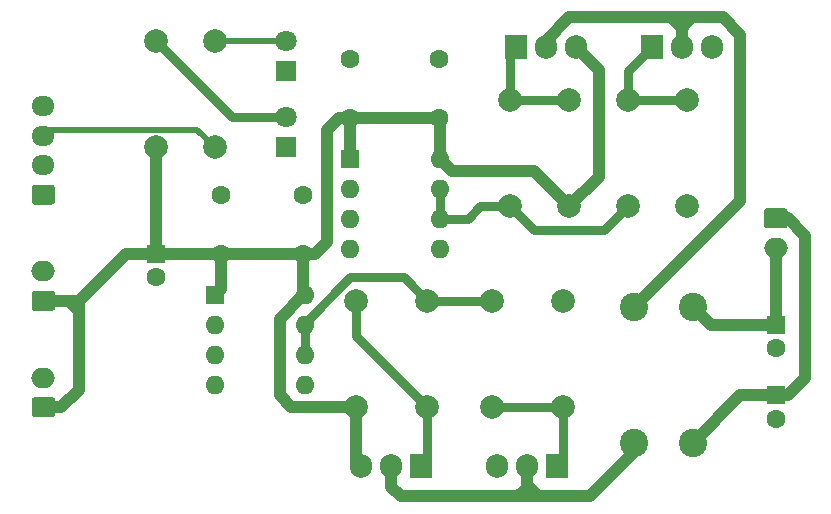
<source format=gbr>
G04 #@! TF.GenerationSoftware,KiCad,Pcbnew,(5.1.7)-1*
G04 #@! TF.CreationDate,2021-05-20T11:33:36+01:00*
G04 #@! TF.ProjectId,driver,64726976-6572-42e6-9b69-6361645f7063,rev?*
G04 #@! TF.SameCoordinates,Original*
G04 #@! TF.FileFunction,Copper,L1,Top*
G04 #@! TF.FilePolarity,Positive*
%FSLAX46Y46*%
G04 Gerber Fmt 4.6, Leading zero omitted, Abs format (unit mm)*
G04 Created by KiCad (PCBNEW (5.1.7)-1) date 2021-05-20 11:33:36*
%MOMM*%
%LPD*%
G01*
G04 APERTURE LIST*
G04 #@! TA.AperFunction,ComponentPad*
%ADD10O,2.000000X1.700000*%
G04 #@! TD*
G04 #@! TA.AperFunction,ComponentPad*
%ADD11O,1.600000X1.600000*%
G04 #@! TD*
G04 #@! TA.AperFunction,ComponentPad*
%ADD12R,1.600000X1.600000*%
G04 #@! TD*
G04 #@! TA.AperFunction,ComponentPad*
%ADD13C,2.000000*%
G04 #@! TD*
G04 #@! TA.AperFunction,ComponentPad*
%ADD14O,1.905000X2.000000*%
G04 #@! TD*
G04 #@! TA.AperFunction,ComponentPad*
%ADD15R,1.905000X2.000000*%
G04 #@! TD*
G04 #@! TA.AperFunction,ComponentPad*
%ADD16C,2.400000*%
G04 #@! TD*
G04 #@! TA.AperFunction,ComponentPad*
%ADD17O,1.950000X1.700000*%
G04 #@! TD*
G04 #@! TA.AperFunction,ComponentPad*
%ADD18C,1.800000*%
G04 #@! TD*
G04 #@! TA.AperFunction,ComponentPad*
%ADD19R,1.800000X1.800000*%
G04 #@! TD*
G04 #@! TA.AperFunction,ComponentPad*
%ADD20C,1.600000*%
G04 #@! TD*
G04 #@! TA.AperFunction,Conductor*
%ADD21C,0.750000*%
G04 #@! TD*
G04 #@! TA.AperFunction,Conductor*
%ADD22C,1.000000*%
G04 #@! TD*
G04 #@! TA.AperFunction,Conductor*
%ADD23C,0.500000*%
G04 #@! TD*
G04 APERTURE END LIST*
D10*
X128500000Y-95000000D03*
G04 #@! TA.AperFunction,ComponentPad*
G36*
G01*
X129250000Y-98350000D02*
X127750000Y-98350000D01*
G75*
G02*
X127500000Y-98100000I0J250000D01*
G01*
X127500000Y-96900000D01*
G75*
G02*
X127750000Y-96650000I250000J0D01*
G01*
X129250000Y-96650000D01*
G75*
G02*
X129500000Y-96900000I0J-250000D01*
G01*
X129500000Y-98100000D01*
G75*
G02*
X129250000Y-98350000I-250000J0D01*
G01*
G37*
G04 #@! TD.AperFunction*
D11*
X162120000Y-85500000D03*
X154500000Y-93120000D03*
X162120000Y-88040000D03*
X154500000Y-90580000D03*
X162120000Y-90580000D03*
X154500000Y-88040000D03*
X162120000Y-93120000D03*
D12*
X154500000Y-85500000D03*
D11*
X150620000Y-97000000D03*
X143000000Y-104620000D03*
X150620000Y-99540000D03*
X143000000Y-102080000D03*
X150620000Y-102080000D03*
X143000000Y-99540000D03*
X150620000Y-104620000D03*
D12*
X143000000Y-97000000D03*
D13*
X138000000Y-84500000D03*
X138000000Y-75500000D03*
X143000000Y-75500000D03*
X143000000Y-84500000D03*
X183000000Y-80500000D03*
X183000000Y-89500000D03*
X172500000Y-106500000D03*
X172500000Y-97500000D03*
X178000000Y-80500000D03*
X178000000Y-89500000D03*
X166500000Y-106500000D03*
X166500000Y-97500000D03*
X168000000Y-80500000D03*
X168000000Y-89500000D03*
X161000000Y-106500000D03*
X161000000Y-97500000D03*
X173000000Y-89500000D03*
X173000000Y-80500000D03*
X155000000Y-106500000D03*
X155000000Y-97500000D03*
D14*
X185080000Y-76000000D03*
X182540000Y-76000000D03*
D15*
X180000000Y-76000000D03*
D14*
X166920000Y-111500000D03*
X169460000Y-111500000D03*
D15*
X172000000Y-111500000D03*
D14*
X173580000Y-76000000D03*
X171040000Y-76000000D03*
D15*
X168500000Y-76000000D03*
D14*
X155420000Y-111500000D03*
X157960000Y-111500000D03*
D15*
X160500000Y-111500000D03*
D16*
X183500000Y-98000000D03*
X178500000Y-98000000D03*
X183500000Y-109500000D03*
X178500000Y-109500000D03*
D10*
X190500000Y-93000000D03*
G04 #@! TA.AperFunction,ComponentPad*
G36*
G01*
X189750000Y-89650000D02*
X191250000Y-89650000D01*
G75*
G02*
X191500000Y-89900000I0J-250000D01*
G01*
X191500000Y-91100000D01*
G75*
G02*
X191250000Y-91350000I-250000J0D01*
G01*
X189750000Y-91350000D01*
G75*
G02*
X189500000Y-91100000I0J250000D01*
G01*
X189500000Y-89900000D01*
G75*
G02*
X189750000Y-89650000I250000J0D01*
G01*
G37*
G04 #@! TD.AperFunction*
D17*
X128500000Y-81000000D03*
X128500000Y-83500000D03*
X128500000Y-86000000D03*
G04 #@! TA.AperFunction,ComponentPad*
G36*
G01*
X129225000Y-89350000D02*
X127775000Y-89350000D01*
G75*
G02*
X127525000Y-89100000I0J250000D01*
G01*
X127525000Y-87900000D01*
G75*
G02*
X127775000Y-87650000I250000J0D01*
G01*
X129225000Y-87650000D01*
G75*
G02*
X129475000Y-87900000I0J-250000D01*
G01*
X129475000Y-89100000D01*
G75*
G02*
X129225000Y-89350000I-250000J0D01*
G01*
G37*
G04 #@! TD.AperFunction*
D10*
X128500000Y-104000000D03*
G04 #@! TA.AperFunction,ComponentPad*
G36*
G01*
X129250000Y-107350000D02*
X127750000Y-107350000D01*
G75*
G02*
X127500000Y-107100000I0J250000D01*
G01*
X127500000Y-105900000D01*
G75*
G02*
X127750000Y-105650000I250000J0D01*
G01*
X129250000Y-105650000D01*
G75*
G02*
X129500000Y-105900000I0J-250000D01*
G01*
X129500000Y-107100000D01*
G75*
G02*
X129250000Y-107350000I-250000J0D01*
G01*
G37*
G04 #@! TD.AperFunction*
D18*
X149000000Y-81960000D03*
D19*
X149000000Y-84500000D03*
D18*
X149000000Y-75460000D03*
D19*
X149000000Y-78000000D03*
D20*
X154500000Y-77000000D03*
X154500000Y-82000000D03*
X150500000Y-88500000D03*
X150500000Y-93500000D03*
X190500000Y-101500000D03*
D12*
X190500000Y-99500000D03*
D20*
X190500000Y-107500000D03*
D12*
X190500000Y-105500000D03*
D20*
X162000000Y-77000000D03*
X162000000Y-82000000D03*
X143500000Y-88500000D03*
X143500000Y-93500000D03*
D12*
X138000000Y-93500000D03*
D20*
X138000000Y-95500000D03*
D21*
X130500000Y-97500000D02*
X131540000Y-98540000D01*
D22*
X143500000Y-96500000D02*
X143000000Y-97000000D01*
X143500000Y-93500000D02*
X143500000Y-96500000D01*
X143500000Y-93500000D02*
X150500000Y-93500000D01*
X150500000Y-96880000D02*
X150620000Y-97000000D01*
X150500000Y-93500000D02*
X150500000Y-96880000D01*
X155000000Y-111080000D02*
X155420000Y-111500000D01*
X155000000Y-106500000D02*
X155000000Y-111080000D01*
X149500000Y-106500000D02*
X155000000Y-106500000D01*
X148500000Y-105500000D02*
X149500000Y-106500000D01*
X148500000Y-99000000D02*
X148500000Y-105500000D01*
X150620000Y-97000000D02*
X150500000Y-97000000D01*
X150500000Y-97000000D02*
X148500000Y-99000000D01*
X154500000Y-82000000D02*
X154500000Y-85500000D01*
X170000000Y-86500000D02*
X173000000Y-89500000D01*
X163120000Y-86500000D02*
X170000000Y-86500000D01*
X162120000Y-85500000D02*
X163120000Y-86500000D01*
X175500000Y-77920000D02*
X173580000Y-76000000D01*
X175500000Y-87000000D02*
X175500000Y-77920000D01*
X173000000Y-89500000D02*
X175500000Y-87000000D01*
X131500000Y-97500000D02*
X128500000Y-97500000D01*
X131500000Y-98500000D02*
X131500000Y-97500000D01*
X131500000Y-105000000D02*
X131500000Y-98500000D01*
X130000000Y-106500000D02*
X131500000Y-105000000D01*
X128500000Y-106500000D02*
X130000000Y-106500000D01*
X162000000Y-82000000D02*
X154500000Y-82000000D01*
X162120000Y-82120000D02*
X162000000Y-82000000D01*
X162120000Y-85500000D02*
X162120000Y-82120000D01*
X153500000Y-82000000D02*
X154500000Y-82000000D01*
X152500000Y-83000000D02*
X153500000Y-82000000D01*
X152500000Y-92500000D02*
X152500000Y-83000000D01*
X151500000Y-93500000D02*
X152500000Y-92500000D01*
X150500000Y-93500000D02*
X151500000Y-93500000D01*
X138000000Y-93500000D02*
X138000000Y-84500000D01*
X131500000Y-97500000D02*
X135500000Y-93500000D01*
X135500000Y-93500000D02*
X143500000Y-93500000D01*
X187500000Y-105500000D02*
X190500000Y-105500000D01*
X183500000Y-109500000D02*
X187500000Y-105500000D01*
X191500000Y-90500000D02*
X190500000Y-90500000D01*
X193000000Y-92000000D02*
X191500000Y-90500000D01*
X193000000Y-104050000D02*
X193000000Y-92000000D01*
X190500000Y-105500000D02*
X191550000Y-105500000D01*
X191550000Y-105500000D02*
X193000000Y-104050000D01*
X190500000Y-99500000D02*
X190500000Y-93000000D01*
X185000000Y-99500000D02*
X190500000Y-99500000D01*
X183500000Y-98000000D02*
X185000000Y-99500000D01*
D23*
X143040000Y-75460000D02*
X143000000Y-75500000D01*
X149000000Y-75460000D02*
X143040000Y-75460000D01*
D21*
X144460000Y-81960000D02*
X149000000Y-81960000D01*
X138000000Y-75500000D02*
X144460000Y-81960000D01*
D23*
X129000000Y-83000000D02*
X128500000Y-83500000D01*
X141500000Y-83000000D02*
X129000000Y-83000000D01*
X143000000Y-84500000D02*
X141500000Y-83000000D01*
D21*
X169500000Y-113000000D02*
X170540000Y-114040000D01*
X169500000Y-113000000D02*
X168460000Y-114040000D01*
D22*
X178500000Y-109750000D02*
X178500000Y-109500000D01*
X170500000Y-114000000D02*
X174750000Y-114000000D01*
X157960000Y-113210000D02*
X158750000Y-114000000D01*
X157960000Y-111500000D02*
X157960000Y-113210000D01*
X178500000Y-110250000D02*
X178125000Y-110625000D01*
X178500000Y-109500000D02*
X178500000Y-110250000D01*
X174750000Y-114000000D02*
X178125000Y-110625000D01*
X169460000Y-113960000D02*
X169500000Y-114000000D01*
X169460000Y-111500000D02*
X169460000Y-113960000D01*
X169500000Y-114000000D02*
X170500000Y-114000000D01*
X158750000Y-114000000D02*
X169500000Y-114000000D01*
D21*
X182460000Y-74540000D02*
X183500000Y-73500000D01*
X182540000Y-74540000D02*
X181500000Y-73500000D01*
D22*
X182540000Y-76000000D02*
X182540000Y-74040000D01*
X171040000Y-75460000D02*
X171040000Y-76000000D01*
X173000000Y-73500000D02*
X171040000Y-75460000D01*
X186000000Y-73500000D02*
X173000000Y-73500000D01*
X187500000Y-75000000D02*
X186000000Y-73500000D01*
X187500000Y-89000000D02*
X187500000Y-75000000D01*
X178500000Y-98000000D02*
X187500000Y-89000000D01*
D21*
X155000000Y-100500000D02*
X161000000Y-106500000D01*
X155000000Y-97500000D02*
X155000000Y-100500000D01*
X161000000Y-111000000D02*
X160500000Y-111500000D01*
X161000000Y-106500000D02*
X161000000Y-111000000D01*
X173000000Y-80500000D02*
X168000000Y-80500000D01*
X168000000Y-76500000D02*
X168500000Y-76000000D01*
X168000000Y-80500000D02*
X168000000Y-76500000D01*
X166500000Y-106500000D02*
X172500000Y-106500000D01*
X172500000Y-111000000D02*
X172000000Y-111500000D01*
X172500000Y-106500000D02*
X172500000Y-111000000D01*
X183000000Y-80500000D02*
X178000000Y-80500000D01*
X178000000Y-78000000D02*
X178000000Y-80500000D01*
X180000000Y-76000000D02*
X178000000Y-78000000D01*
X150620000Y-102080000D02*
X150620000Y-99540000D01*
X159000000Y-95500000D02*
X161000000Y-97500000D01*
X154500000Y-95500000D02*
X159000000Y-95500000D01*
X150620000Y-99540000D02*
X150620000Y-99380000D01*
X150620000Y-99380000D02*
X154500000Y-95500000D01*
X161000000Y-97500000D02*
X166500000Y-97500000D01*
X162120000Y-90580000D02*
X162120000Y-88040000D01*
X176000000Y-91500000D02*
X178000000Y-89500000D01*
X170000000Y-91500000D02*
X176000000Y-91500000D01*
X168000000Y-89500000D02*
X170000000Y-91500000D01*
X165500000Y-89500000D02*
X168000000Y-89500000D01*
X164420000Y-90580000D02*
X165500000Y-89500000D01*
X162120000Y-90580000D02*
X164420000Y-90580000D01*
M02*

</source>
